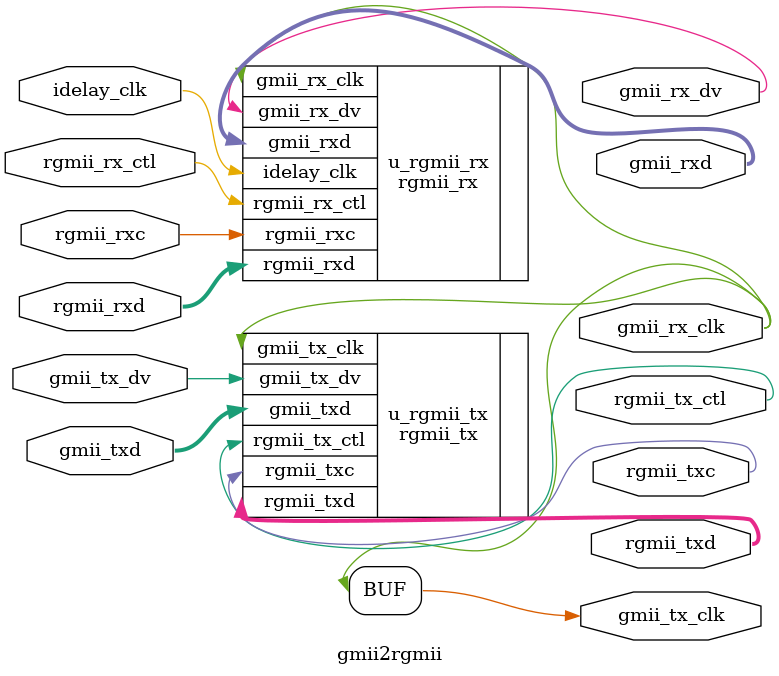
<source format=v>
/*--------------------------------------------------------------------------------------
    创建时间：2022/9/6 20:30
    器件: Xilinx xc7z020clg400-2
    模块名：gmii2rgmii
    所属工程：ethernet
    版本：V1.0
    
    介绍：
    使用xilinx原语，完成gmii接口和rgmii接口之间的转换
--------------------------------------------------------------------------------------*/
module gmii2rgmii(
    input              idelay_clk  , //IDELAY时钟
    //以太网GMII接口
    input              gmii_tx_dv  , //GMII发送数据使能信号
    input       [7:0]  gmii_txd    , //GMII发送数据          
    output             gmii_rx_clk , //GMII接收时钟
    output             gmii_rx_dv  , //GMII接收数据有效信号
    output      [7:0]  gmii_rxd    , //GMII接收数据
    output             gmii_tx_clk , //GMII发送时钟  
    //以太网RGMII接口   
    input              rgmii_rxc   , //RGMII接收时钟
    input              rgmii_rx_ctl, //RGMII接收数据控制信号
    input       [3:0]  rgmii_rxd   , //RGMII接收数据
    output             rgmii_txc   , //RGMII发送时钟    
    output             rgmii_tx_ctl, //RGMII发送数据控制信号
    output      [3:0]  rgmii_txd     //RGMII发送数据          
    );

parameter IDELAY_VALUE = 0;  //输入数据IO延时(如果为n,表示延时n*78ps) 

assign gmii_tx_clk = gmii_rx_clk;

rgmii_rx
    #(
     .IDELAY_VALUE  (IDELAY_VALUE)
     )
u_rgmii_rx
(
    .idelay_clk        (idelay_clk), //200Mhz时钟，IDELAY时钟
    
    //以太网RGMII接口
    .rgmii_rxc   (rgmii_rxc), //RGMII接收时钟
    .rgmii_rx_ctl(rgmii_rx_ctl), //RGMII接收数据控制信号
    .rgmii_rxd   (rgmii_rxd), //RGMII接收数据    

    //以太网GMII接口
    .gmii_rx_clk (gmii_rx_clk ), //GMII接收时钟 
    .gmii_rx_dv  (gmii_rx_dv  ), //GMII接收数据有效信号
    .gmii_rxd    (gmii_rxd    )  //GMII接收数据   
    );

rgmii_tx u_rgmii_tx(
    //GMII发送端口
    .gmii_tx_clk (gmii_tx_clk ), //GMII发送时钟    
    .gmii_tx_dv  (gmii_tx_dv  ), //GMII输出数据有效信号
    .gmii_txd    (gmii_txd    ), //GMII输出数据        
    
    //RGMII发送端口
    .rgmii_txc   (rgmii_txc   ), //RGMII发送数据时钟    
    .rgmii_tx_ctl(rgmii_tx_ctl), //RGMII输出数据有效信号
    .rgmii_txd   (rgmii_txd   )  //RGMII输出数据     
    );

endmodule
</source>
